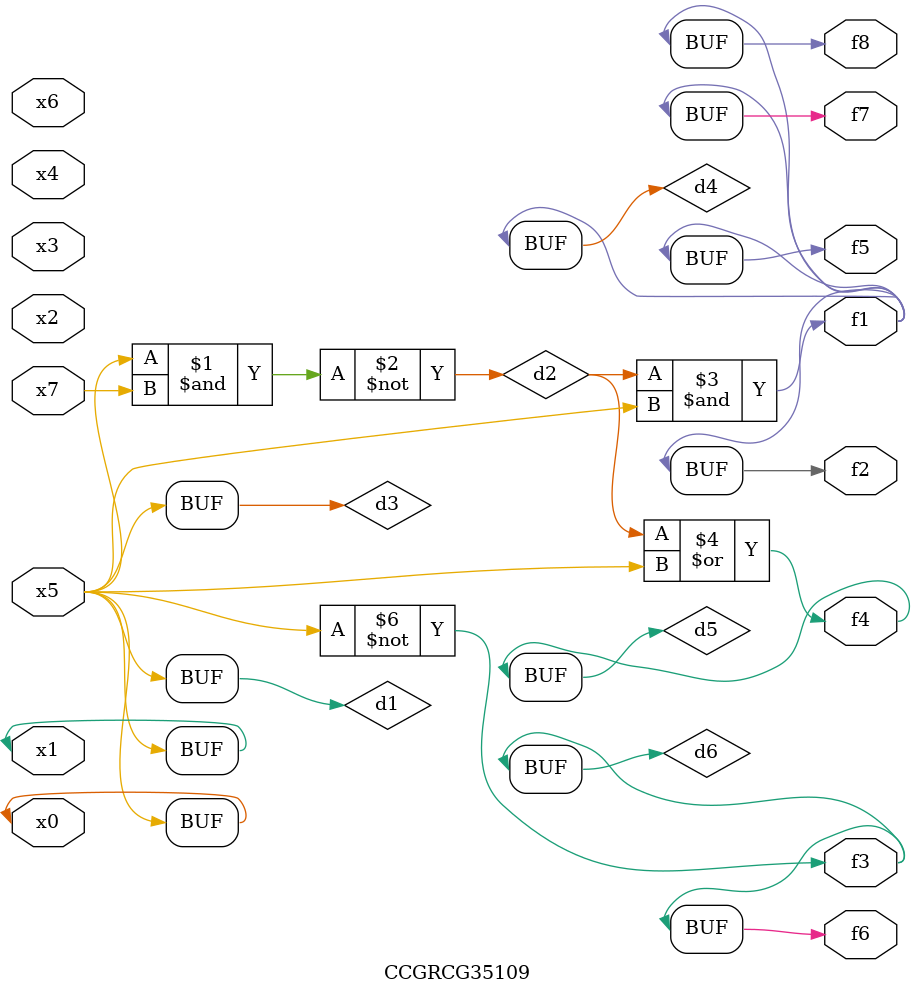
<source format=v>
module CCGRCG35109(
	input x0, x1, x2, x3, x4, x5, x6, x7,
	output f1, f2, f3, f4, f5, f6, f7, f8
);

	wire d1, d2, d3, d4, d5, d6;

	buf (d1, x0, x5);
	nand (d2, x5, x7);
	buf (d3, x0, x1);
	and (d4, d2, d3);
	or (d5, d2, d3);
	nor (d6, d1, d3);
	assign f1 = d4;
	assign f2 = d4;
	assign f3 = d6;
	assign f4 = d5;
	assign f5 = d4;
	assign f6 = d6;
	assign f7 = d4;
	assign f8 = d4;
endmodule

</source>
